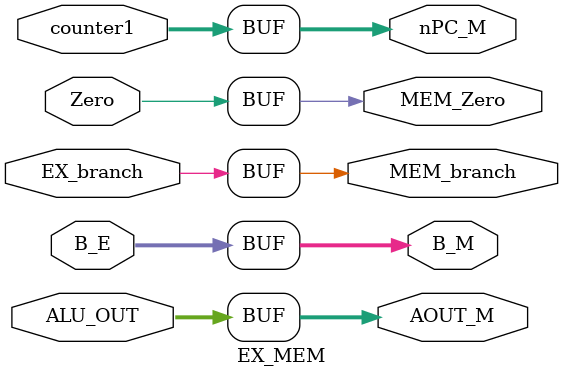
<source format=v>
module EX_MEM (counter1, Zero, ALU_OUT, B_E, EX_branch, nPC_M, MEM_Zero, AOUT_M, B_M, MEM_branch);

    input [31:0] counter1;
    input Zero;
    input [31:0] ALU_OUT;
    input [31:0] B_E;
    input EX_branch;

    output reg [31:0] nPC_M;
    output reg MEM_Zero;
    output reg [31:0] AOUT_M;
    output reg [31:0] B_M;
    output reg MEM_branch;

    always @(*) begin
        nPC_M <= counter1;
        MEM_Zero <= Zero;
        AOUT_M <= ALU_OUT;
        B_M <= B_E;
        MEM_branch <= EX_branch;
    end


endmodule
</source>
